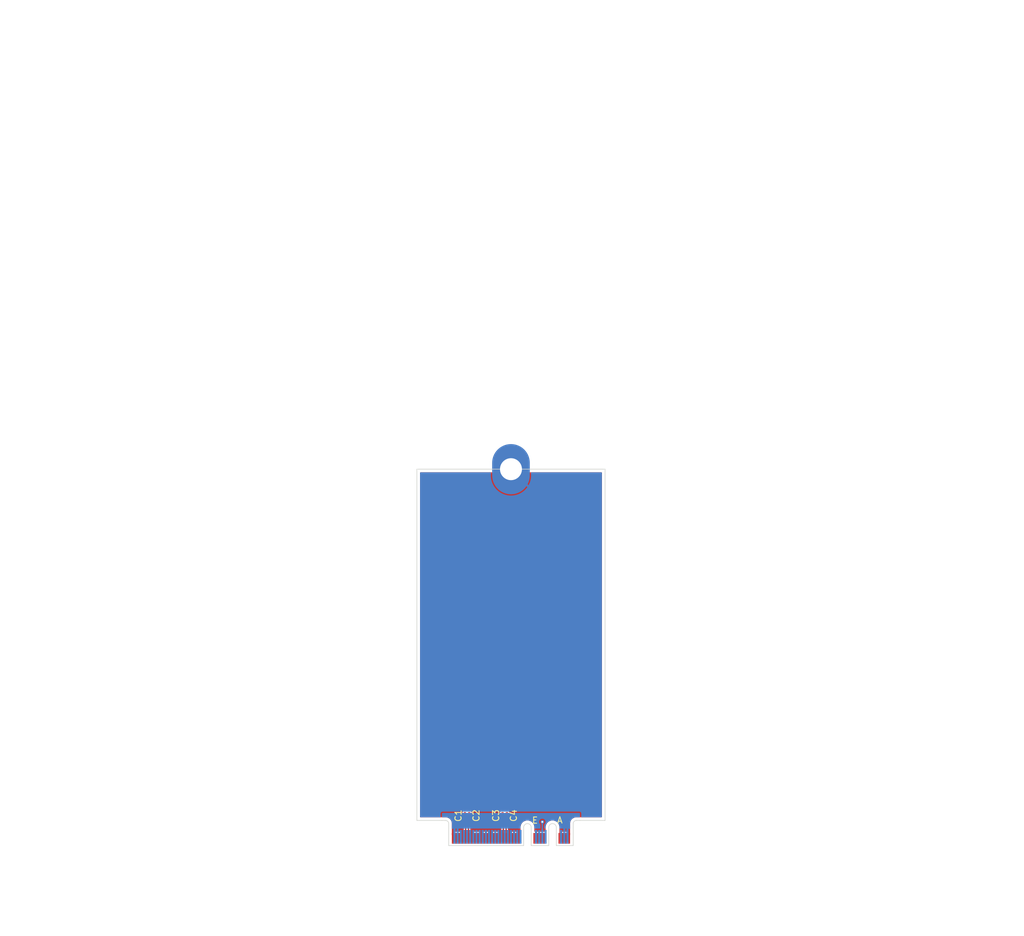
<source format=kicad_pcb>
(kicad_pcb (version 20241229) (generator "pcbnew") (generator_version "9.0")
  (layers (0 "F.Cu" signal) (2 "B.Cu" signal) (13 "F.Paste" user) (15 "B.Paste" user) (5 "F.SilkS" user "F.Silkscreen") (7 "B.SilkS" user "B.Silkscreen") (1 "F.Mask" user) (3 "B.Mask" user) (25 "Edge.Cuts" user))
  (net 0 "")
  (net 1 "GND")
  (net 2 "/M.2 A+E Key/PET1P")
  (net 3 "/M.2 A+E Key/PET0N")
  (net 4 "/M.2 A+E Key/PET1N")
  (net 5 "/M.2 A+E Key/PET0P")
  (net 6 "/PET0-")
  (net 7 "+3.3V")
  (net 8 "/USB_D+")
  (net 9 "/USB_D-")
  (net 10 "/LED#1")
  (net 11 "/LED#2")
  (net 20 "/PER0-")
  (net 22 "/PER0+")
  (net 28 "/REFCLK0+")
  (net 30 "/REFCLK0-")
  (net 31 "/SUSCLK")
  (net 32 "/PERST0#")
  (net 33 "/CLKREQ0#")
  (net 34 "/W_DISABLE2#")
  (net 35 "/PEWAKE#")
  (net 36 "/W_DISABLE1#")
  (net 37 "/I2C_DATA")
  (net 38 "/PER1+")
  (net 39 "/I2C_CLK")
  (net 40 "/PER1-")
  (net 41 "/ALERT#")
  (net 43 "/PERST1#")
  (net 44 "/CLKREQ1#")
  (net 45 "/PEWAKE1#")
  (net 46 "/REFCLK1+")
  (net 47 "/REFCLK1-")
  (net 48 "/PET0+")
  (net 49 "/PET1-")
  (net 50 "/PET1+")
  (footprint "Athena KiCAd library:M.2 Mounting Pad" (layer "F.Cu") (at 110.26 98.9)
    (property "Reference" "H1")
    (property "Value" "MountingHole_Pad")
    (pad "1" thru_hole circle (at 0 0) (size 5.5 5.5) (drill 3.5) (property pad_prop_castellated) (layers "*.Cu" "*.Mask") (net 1 "GND") (padstack (mode front_inner_back) (layer "Inner" (shape circle) (size 5.5 5.5)) (layer "B.Cu" (shape oval) (size 6 8))))
  )
  (footprint "PCIexpress:M.2 A+E Key Connector" (layer "F.Cu") (at 110.26 157.79)
    (property "Reference" "J1")
    (property "Value" "~")
    (fp_line (start -11 -2.89) (end -10.425 -2.89) (stroke (width 0.1)) (layer "Edge.Cuts") (net 6619220))
    (fp_line (start -9.925 -2.39) (end -9.925 1.11) (stroke (width 0.1)) (layer "Edge.Cuts") (net 6619220))
    (fp_line (start 2.025 -1.79) (end 2.025 1.11) (stroke (width 0.1)) (layer "Edge.Cuts") (net 6619220))
    (fp_line (start 2.025 1.11) (end -9.925 1.11) (stroke (width 0.1)) (layer "Edge.Cuts") (net 6619220))
    (fp_line (start 3.225 -1.79) (end 3.225 1.11) (stroke (width 0.1)) (layer "Edge.Cuts") (net 6619220))
    (fp_line (start 3.225 1.11) (end 6.025 1.11) (stroke (width 0.1)) (layer "Edge.Cuts") (net 6619220))
    (fp_line (start 6.025 -1.79) (end 6.025 1.11) (stroke (width 0.1)) (layer "Edge.Cuts") (net 6619220))
    (fp_line (start 7.225 -1.79) (end 7.225 1.11) (stroke (width 0.1)) (layer "Edge.Cuts") (net 6619220))
    (fp_line (start 7.225 1.11) (end 9.925 1.11) (stroke (width 0.1)) (layer "Edge.Cuts") (net 6619220))
    (fp_line (start 9.925 -2.39) (end 9.925 1.11) (stroke (width 0.1)) (layer "Edge.Cuts") (net 6619220))
    (fp_line (start 10.425 -2.89) (end 11 -2.89) (stroke (width 0.1)) (layer "Edge.Cuts") (net 6619220))
    (fp_arc (start -10.425 -2.89) (mid -10.071447 -2.743553) (end -9.925 -2.39) (stroke (width 0.1)) (layer "Edge.Cuts") (net 6619220))
    (fp_arc (start 2.025 -1.79) (mid 2.625 -2.39) (end 3.225 -1.79) (stroke (width 0.1)) (layer "Edge.Cuts") (net 6619220))
    (fp_arc (start 6.025 -1.79) (mid 6.625 -2.39) (end 7.225 -1.79) (stroke (width 0.1)) (layer "Edge.Cuts") (net 6619220))
    (fp_arc (start 9.925 -2.39) (mid 10.071447 -2.743553) (end 10.425 -2.89) (stroke (width 0.1)) (layer "Edge.Cuts") (net 6619220))
    (fp_text user "E" (at 3.28 -2.32 0) (layer "F.SilkS") (effects (justify left bottom)))
    (fp_text user "A" (at 7.265 -2.345 0) (layer "F.SilkS") (effects (justify left bottom)))
    (pad "1" smd rect (at 9.25 -0.04 180) (size 0.35 1.7) (layers "F.Cu") (net 1 "GND"))
    (pad "2" smd rect (at 9 -0.29 180) (size 0.35 2.2) (layers "B.Cu") (net 7 "+3.3V"))
    (pad "3" smd rect (at 8.75 -0.04 180) (size 0.35 1.7) (layers "F.Cu") (net 8 "/USB_D+"))
    (pad "4" smd rect (at 8.5 -0.29 180) (size 0.35 2.2) (layers "B.Cu") (net 7 "+3.3V"))
    (pad "5" smd rect (at 8.25 -0.04 180) (size 0.35 1.7) (layers "F.Cu") (net 9 "/USB_D-"))
    (pad "6" smd rect (at 8 -0.29 180) (size 0.35 2.2) (layers "B.Cu") (net 10 "/LED#1"))
    (pad "7" smd rect (at 7.75 -0.04 180) (size 0.35 1.7) (layers "F.Cu") (net 1 "GND"))
    (pad "16" smd rect (at 5.5 -0.29 180) (size 0.35 2.2) (layers "B.Cu") (net 11 "/LED#2"))
    (pad "17" smd rect (at 5.25 -0.04 180) (size 0.35 1.7) (layers "F.Cu"))
    (pad "18" smd rect (at 5 -0.29 180) (size 0.35 2.2) (layers "B.Cu") (net 1 "GND"))
    (pad "19" smd rect (at 4.75 -0.04 180) (size 0.35 1.7) (layers "F.Cu"))
    (pad "20" smd rect (at 4.5 -0.29 180) (size 0.35 2.2) (layers "B.Cu"))
    (pad "21" smd rect (at 4.25 -0.04 180) (size 0.35 1.7) (layers "F.Cu"))
    (pad "22" smd rect (at 4 -0.29 180) (size 0.35 2.2) (layers "B.Cu"))
    (pad "23" smd rect (at 3.75 -0.04 180) (size 0.35 1.7) (layers "F.Cu"))
    (pad "32" smd rect (at 1.5 -0.29 180) (size 0.35 2.2) (layers "B.Cu"))
    (pad "33" smd rect (at 1.25 -0.04 180) (size 0.35 1.7) (layers "F.Cu") (net 1 "GND"))
    (pad "34" smd rect (at 1 -0.29 180) (size 0.35 2.2) (layers "B.Cu"))
    (pad "35" smd rect (at 0.75 -0.04 180) (size 0.35 1.7) (layers "F.Cu") (net 20 "/PER0-"))
    (pad "36" smd rect (at 0.5 -0.29 180) (size 0.35 2.2) (layers "B.Cu"))
    (pad "37" smd rect (at 0.25 -0.04 180) (size 0.35 1.7) (layers "F.Cu") (net 22 "/PER0+"))
    (pad "38" smd rect (at 0 -0.29 180) (size 0.35 2.2) (layers "B.Cu"))
    (pad "39" smd rect (at -0.25 -0.04 180) (size 0.35 1.7) (layers "F.Cu") (net 1 "GND"))
    (pad "40" smd rect (at -0.5 -0.29 180) (size 0.35 2.2) (layers "B.Cu"))
    (pad "41" smd rect (at -0.75 -0.04 180) (size 0.35 1.7) (layers "F.Cu") (net 5 "/M.2 A+E Key/PET0P"))
    (pad "42" smd rect (at -1 -0.29 180) (size 0.35 2.2) (layers "B.Cu"))
    (pad "43" smd rect (at -1.25 -0.04 180) (size 0.35 1.7) (layers "F.Cu") (net 3 "/M.2 A+E Key/PET0N"))
    (pad "44" smd rect (at -1.5 -0.29 180) (size 0.35 2.2) (layers "B.Cu"))
    (pad "45" smd rect (at -1.75 -0.04 180) (size 0.35 1.7) (layers "F.Cu") (net 1 "GND"))
    (pad "46" smd rect (at -2 -0.29 180) (size 0.35 2.2) (layers "B.Cu"))
    (pad "47" smd rect (at -2.25 -0.04 180) (size 0.35 1.7) (layers "F.Cu") (net 28 "/REFCLK0+"))
    (pad "48" smd rect (at -2.5 -0.29 180) (size 0.35 2.2) (layers "B.Cu"))
    (pad "49" smd rect (at -2.75 -0.04 180) (size 0.35 1.7) (layers "F.Cu") (net 30 "/REFCLK0-"))
    (pad "50" smd rect (at -3 -0.29 180) (size 0.35 2.2) (layers "B.Cu") (net 31 "/SUSCLK"))
    (pad "51" smd rect (at -3.25 -0.04 180) (size 0.35 1.7) (layers "F.Cu") (net 1 "GND"))
    (pad "52" smd rect (at -3.5 -0.29 180) (size 0.35 2.2) (layers "B.Cu") (net 32 "/PERST0#"))
    (pad "53" smd rect (at -3.75 -0.04 180) (size 0.35 1.7) (layers "F.Cu") (net 33 "/CLKREQ0#"))
    (pad "54" smd rect (at -4 -0.29 180) (size 0.35 2.2) (layers "B.Cu") (net 34 "/W_DISABLE2#"))
    (pad "55" smd rect (at -4.25 -0.04 180) (size 0.35 1.7) (layers "F.Cu") (net 35 "/PEWAKE#"))
    (pad "56" smd rect (at -4.5 -0.29 180) (size 0.35 2.2) (layers "B.Cu") (net 36 "/W_DISABLE1#"))
    (pad "57" smd rect (at -4.75 -0.04 180) (size 0.35 1.7) (layers "F.Cu") (net 1 "GND"))
    (pad "58" smd rect (at -5 -0.29 180) (size 0.35 2.2) (layers "B.Cu") (net 37 "/I2C_DATA"))
    (pad "59" smd rect (at -5.25 -0.04 180) (size 0.35 1.7) (layers "F.Cu") (net 38 "/PER1+"))
    (pad "60" smd rect (at -5.5 -0.29 180) (size 0.35 2.2) (layers "B.Cu") (net 39 "/I2C_CLK"))
    (pad "61" smd rect (at -5.75 -0.04 180) (size 0.35 1.7) (layers "F.Cu") (net 40 "/PER1-"))
    (pad "62" smd rect (at -6 -0.29 180) (size 0.35 2.2) (layers "B.Cu") (net 41 "/ALERT#"))
    (pad "63" smd rect (at -6.25 -0.04 180) (size 0.35 1.7) (layers "F.Cu") (net 1 "GND"))
    (pad "64" smd rect (at -6.5 -0.29 180) (size 0.35 2.2) (layers "B.Cu"))
    (pad "65" smd rect (at -6.75 -0.04 180) (size 0.35 1.7) (layers "F.Cu") (net 2 "/M.2 A+E Key/PET1P"))
    (pad "66" smd rect (at -7 -0.29 180) (size 0.35 2.2) (layers "B.Cu") (net 43 "/PERST1#"))
    (pad "67" smd rect (at -7.25 -0.04 180) (size 0.35 1.7) (layers "F.Cu") (net 4 "/M.2 A+E Key/PET1N"))
    (pad "68" smd rect (at -7.5 -0.29 180) (size 0.35 2.2) (layers "B.Cu") (net 44 "/CLKREQ1#"))
    (pad "69" smd rect (at -7.75 -0.04 180) (size 0.35 1.7) (layers "F.Cu") (net 1 "GND"))
    (pad "70" smd rect (at -8 -0.29 180) (size 0.35 2.2) (layers "B.Cu") (net 45 "/PEWAKE1#"))
    (pad "71" smd rect (at -8.25 -0.04 180) (size 0.35 1.7) (layers "F.Cu") (net 46 "/REFCLK1+"))
    (pad "72" smd rect (at -8.5 -0.29 180) (size 0.35 2.2) (layers "B.Cu") (net 7 "+3.3V"))
    (pad "73" smd rect (at -8.75 -0.04 180) (size 0.35 1.7) (layers "F.Cu") (net 47 "/REFCLK1-"))
    (pad "74" smd rect (at -9 -0.29 180) (size 0.35 2.2) (layers "B.Cu") (net 7 "+3.3V"))
    (pad "75" smd rect (at -9.25 -0.04 180) (size 0.35 1.7) (layers "F.Cu") (net 1 "GND"))
  )
  (footprint "Capacitor_SMD:C_0201_0603Metric" (layer "F.Cu") (at 108.91 154.13 90)
    (property "Reference" "C3" (at 0 -1.05 90) (layer "F.SilkS"))
    (property "Value" "220nF")
    (pad "1" smd roundrect (at -0.32 0 90) (size 0.46 0.4) (layers "F.Cu" "F.Mask") (net 3 "/M.2 A+E Key/PET0N"))
    (pad "2" smd roundrect (at 0.32 0 90) (size 0.46 0.4) (layers "F.Cu" "F.Mask") (net 6 "/PET0-"))
  )
  (footprint "Capacitor_SMD:C_0201_0603Metric" (layer "F.Cu") (at 109.61 154.13 90)
    (property "Reference" "C4" (at 0 1.07 90) (layer "F.SilkS"))
    (property "Value" "220nF")
    (pad "1" smd roundrect (at -0.32 0 90) (size 0.46 0.4) (layers "F.Cu" "F.Mask") (net 5 "/M.2 A+E Key/PET0P"))
    (pad "2" smd roundrect (at 0.32 0 90) (size 0.46 0.4) (layers "F.Cu" "F.Mask") (net 48 "/PET0+"))
  )
  (footprint "Capacitor_SMD:C_0201_0603Metric" (layer "F.Cu") (at 102.91 154.13 90)
    (property "Reference" "C1" (at 0 -1.05 90) (layer "F.SilkS"))
    (property "Value" "220nF")
    (pad "1" smd roundrect (at -0.32 0 90) (size 0.46 0.4) (layers "F.Cu" "F.Mask") (net 4 "/M.2 A+E Key/PET1N"))
    (pad "2" smd roundrect (at 0.32 0 90) (size 0.46 0.4) (layers "F.Cu" "F.Mask") (net 49 "/PET1-"))
  )
  (footprint "Capacitor_SMD:C_0201_0603Metric" (layer "F.Cu") (at 103.61 154.13 90)
    (property "Reference" "C2" (at 0 1.11 90) (layer "F.SilkS"))
    (property "Value" "220nF")
    (pad "1" smd roundrect (at -0.32 0 90) (size 0.46 0.4) (layers "F.Cu" "F.Mask") (net 2 "/M.2 A+E Key/PET1P"))
    (pad "2" smd roundrect (at 0.32 0 90) (size 0.46 0.4) (layers "F.Cu" "F.Mask") (net 50 "/PET1+"))
  )
  (gr_line (start 125.26 154.9) (end 121.26 154.9) (stroke (width 0.1)) (layer "Edge.Cuts"))
  (gr_line (start 125.26 154.9) (end 125.26 98.9) (stroke (width 0.1)) (layer "Edge.Cuts"))
  (gr_line (start 95.26 98.9) (end 95.26 154.9) (stroke (width 0.1)) (layer "Edge.Cuts"))
  (gr_line (start 99.26 154.9) (end 95.26 154.9) (stroke (width 0.1)) (layer "Edge.Cuts"))
  (gr_line (start 125.26 98.9) (end 95.26 98.9) (stroke (width 0.1)) (layer "Edge.Cuts"))
  (via (at 115.26 155.13) (size 0.6) (drill 0.3) (layers "F.Cu" "B.Cu") (net 1))
  (segment (start 115.26 155.13) (end 115.26 157.5) (width 0.2) (layer "B.Cu") (net 1))
  (segment (start 103.51 157.75) (end 103.51 156.474999) (width 0.2) (layer "F.Cu") (net 2))
  (segment (start 103.51 156.474999) (end 103.485 156.449999) (width 0.2) (layer "F.Cu") (net 2))
  (segment (start 103.485 156.449999) (end 103.485 154.920001) (width 0.2) (layer "F.Cu") (net 2))
  (segment (start 103.485 154.920001) (end 103.61 154.795001) (width 0.2) (layer "F.Cu") (net 2))
  (segment (start 103.61 154.795001) (end 103.61 154.45) (width 0.2) (layer "F.Cu") (net 2))
  (segment (start 109.035 156.449999) (end 109.035 154.920001) (width 0.2) (layer "F.Cu") (net 3))
  (segment (start 109.01 157.75) (end 109.01 156.474999) (width 0.2) (layer "F.Cu") (net 3))
  (segment (start 108.91 154.795001) (end 108.91 154.45) (width 0.2) (layer "F.Cu") (net 3))
  (segment (start 109.01 156.474999) (end 109.035 156.449999) (width 0.2) (layer "F.Cu") (net 3))
  (segment (start 109.035 154.920001) (end 108.91 154.795001) (width 0.2) (layer "F.Cu") (net 3))
  (segment (start 103.035 156.449999) (end 103.035 154.920001) (width 0.2) (layer "F.Cu") (net 4))
  (segment (start 103.01 157.75) (end 103.01 156.474999) (width 0.2) (layer "F.Cu") (net 4))
  (segment (start 103.035 154.920001) (end 102.91 154.795001) (width 0.2) (layer "F.Cu") (net 4))
  (segment (start 102.91 154.795001) (end 102.91 154.45) (width 0.2) (layer "F.Cu") (net 4))
  (segment (start 103.01 156.474999) (end 103.035 156.449999) (width 0.2) (layer "F.Cu") (net 4))
  (segment (start 109.51 156.474999) (end 109.485 156.449999) (width 0.2) (layer "F.Cu") (net 5))
  (segment (start 109.61 154.795001) (end 109.61 154.45) (width 0.2) (layer "F.Cu") (net 5))
  (segment (start 109.485 154.920001) (end 109.61 154.795001) (width 0.2) (layer "F.Cu") (net 5))
  (segment (start 109.51 157.75) (end 109.51 156.474999) (width 0.2) (layer "F.Cu") (net 5))
  (segment (start 109.485 156.449999) (end 109.485 154.920001) (width 0.2) (layer "F.Cu") (net 5))
  (zone (net 1) (net_name "GND") (layers "F.Cu" "B.Cu") (connect_pads (clearance 0.2)) (min_thickness 0.15) (fill yes (thermal_gap 0.2) (thermal_bridge_width 0.35))
    (polygon (pts (xy 125.26 157.23) (xy 125.26 48.9) (xy 95.26 48.9) (xy 95.26 157.23)))
  )
  (zone (net 7) (net_name "+3.3V") (layer "B.Cu") (priority 1) (connect_pads (clearance 0.2)) (min_thickness 0.15) (fill yes (thermal_gap 0.2) (thermal_bridge_width 0.35))
    (polygon (pts (xy 121.26 157.22) (xy 121.26 153.7) (xy 99.26 153.7) (xy 99.26 157.22)))
  )
)
</source>
